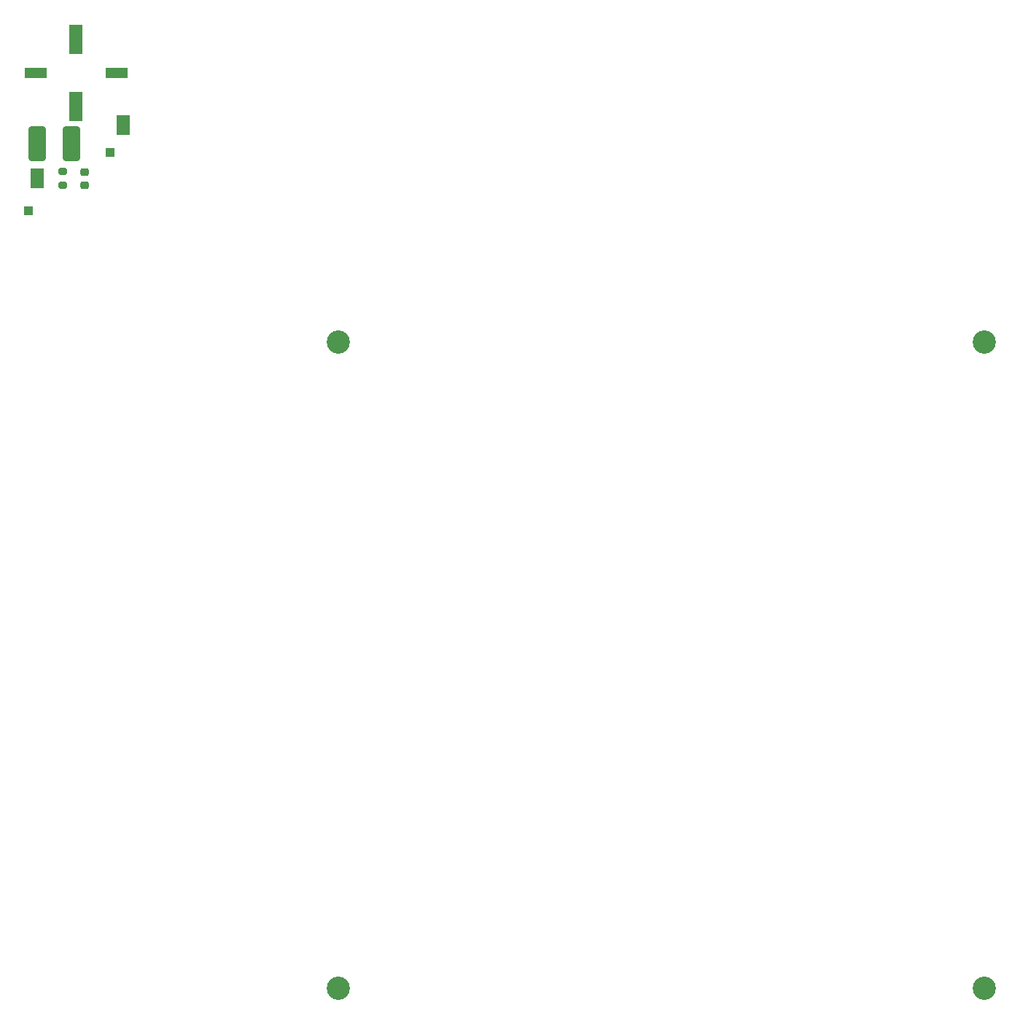
<source format=gbr>
%TF.GenerationSoftware,KiCad,Pcbnew,9.0.3-9.0.3-0~ubuntu24.04.1*%
%TF.CreationDate,2025-08-07T22:47:51-04:00*%
%TF.ProjectId,pcb-heater,7063622d-6865-4617-9465-722e6b696361,rev?*%
%TF.SameCoordinates,Original*%
%TF.FileFunction,Soldermask,Top*%
%TF.FilePolarity,Negative*%
%FSLAX46Y46*%
G04 Gerber Fmt 4.6, Leading zero omitted, Abs format (unit mm)*
G04 Created by KiCad (PCBNEW 9.0.3-9.0.3-0~ubuntu24.04.1) date 2025-08-07 22:47:51*
%MOMM*%
%LPD*%
G01*
G04 APERTURE LIST*
G04 Aperture macros list*
%AMRoundRect*
0 Rectangle with rounded corners*
0 $1 Rounding radius*
0 $2 $3 $4 $5 $6 $7 $8 $9 X,Y pos of 4 corners*
0 Add a 4 corners polygon primitive as box body*
4,1,4,$2,$3,$4,$5,$6,$7,$8,$9,$2,$3,0*
0 Add four circle primitives for the rounded corners*
1,1,$1+$1,$2,$3*
1,1,$1+$1,$4,$5*
1,1,$1+$1,$6,$7*
1,1,$1+$1,$8,$9*
0 Add four rect primitives between the rounded corners*
20,1,$1+$1,$2,$3,$4,$5,0*
20,1,$1+$1,$4,$5,$6,$7,0*
20,1,$1+$1,$6,$7,$8,$9,0*
20,1,$1+$1,$8,$9,$2,$3,0*%
G04 Aperture macros list end*
%ADD10R,1.500000X1.000000*%
%ADD11C,2.700000*%
%ADD12RoundRect,0.300000X-0.700000X-1.700000X0.700000X-1.700000X0.700000X1.700000X-0.700000X1.700000X0*%
%ADD13R,1.000000X1.000000*%
%ADD14RoundRect,0.200000X-0.275000X0.200000X-0.275000X-0.200000X0.275000X-0.200000X0.275000X0.200000X0*%
%ADD15R,2.540000X1.270000*%
%ADD16R,1.650000X3.430000*%
%ADD17RoundRect,0.218750X-0.256250X0.218750X-0.256250X-0.218750X0.256250X-0.218750X0.256250X0.218750X0*%
G04 APERTURE END LIST*
%TO.C,JP2*%
G36*
X33250000Y-48350000D02*
G01*
X31750000Y-48350000D01*
X31750000Y-48650000D01*
X33250000Y-48650000D01*
X33250000Y-48350000D01*
G37*
%TO.C,JP1*%
G36*
X43250000Y-42200000D02*
G01*
X41750000Y-42200000D01*
X41750000Y-42500000D01*
X43250000Y-42500000D01*
X43250000Y-42200000D01*
G37*
%TD*%
D10*
%TO.C,JP2*%
X32500000Y-47850000D03*
X32500000Y-49150000D03*
%TD*%
D11*
%TO.C,M2.5*%
X67500000Y-142500000D03*
%TD*%
D12*
%TO.C,F1*%
X32500000Y-44500000D03*
X36500000Y-44500000D03*
%TD*%
D11*
%TO.C,M2.5*%
X67500000Y-67500000D03*
%TD*%
%TO.C,M2.5*%
X142500000Y-142500000D03*
%TD*%
D13*
%TO.C,TP1*%
X31500000Y-52250000D03*
%TD*%
D14*
%TO.C,R1*%
X35500000Y-47675000D03*
X35500000Y-49325000D03*
%TD*%
D13*
%TO.C,TP2*%
X41000000Y-45500000D03*
%TD*%
D10*
%TO.C,JP1*%
X42500000Y-41700000D03*
X42500000Y-43000000D03*
%TD*%
D15*
%TO.C,J1*%
X32300000Y-36250000D03*
X41700000Y-36250000D03*
D16*
X37000000Y-40135000D03*
X37000000Y-32365000D03*
%TD*%
D11*
%TO.C,M2.5*%
X142500000Y-67500000D03*
%TD*%
D17*
%TO.C,D1*%
X38000000Y-47752500D03*
X38000000Y-49327500D03*
%TD*%
M02*

</source>
